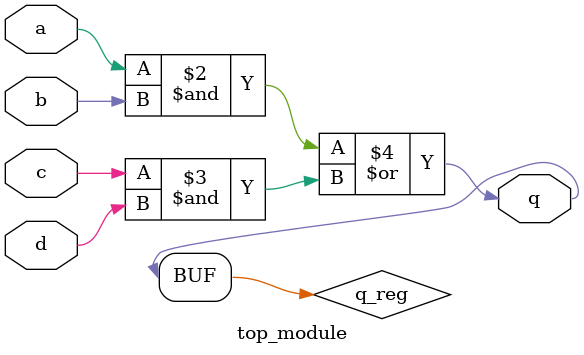
<source format=sv>
module top_module (
	input a, 
	input b, 
	input c, 
	input d,
	output q
);

	reg q_reg; // declare a register to store the value of q

	always @(*) begin
		q_reg = (a & b) | (c & d); // assign the value of q based on input values
	end

	assign q = q_reg; // assign the value of q_reg to q

endmodule

</source>
